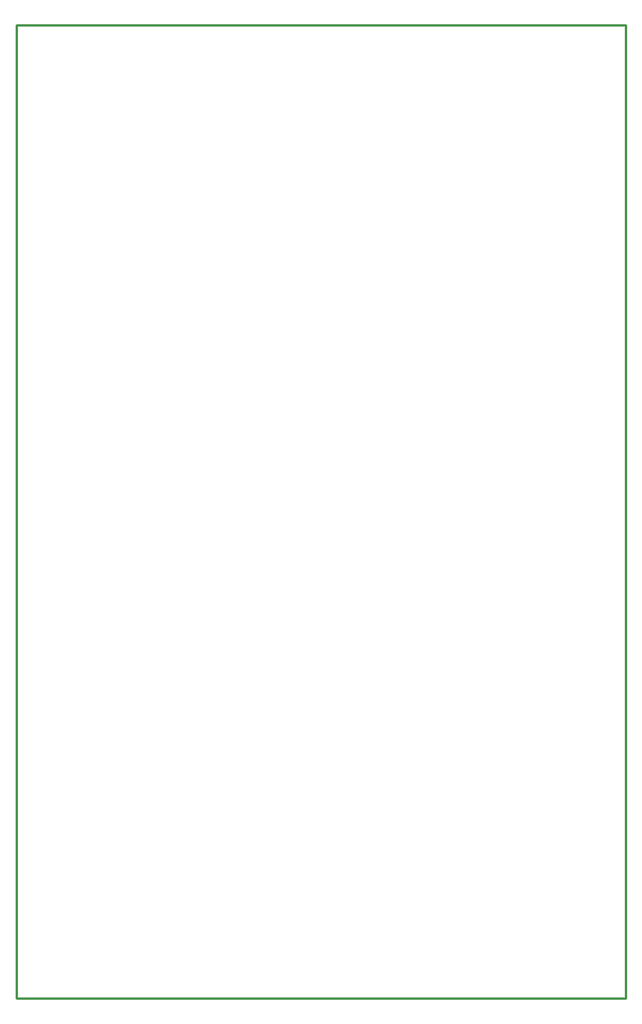
<source format=gbr>
G04 EAGLE Gerber RS-274X export*
G75*
%MOMM*%
%FSLAX34Y34*%
%LPD*%
%IN*%
%IPPOS*%
%AMOC8*
5,1,8,0,0,1.08239X$1,22.5*%
G01*
G04 Define Apertures*
%ADD10C,0.254000*%
D10*
X-368300Y0D02*
X292100Y0D01*
X292100Y1054100D01*
X-368300Y1054100D01*
X-368300Y0D01*
M02*

</source>
